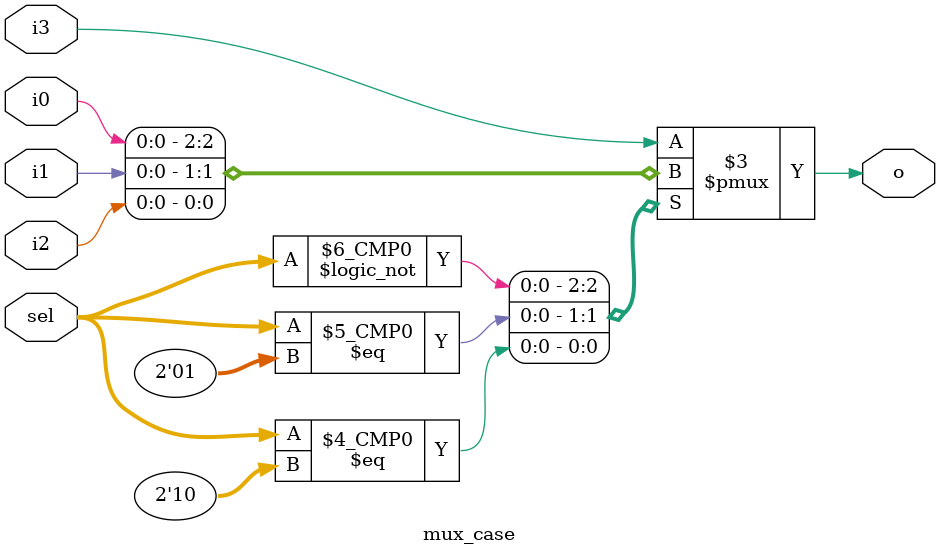
<source format=v>
module mux_case (input i0, i1, i2, i3,  input [1:0] sel, output reg o);
 always@(i0 or i1 or i2 or i3 or sel) begin
  case (sel)
    2'b00   : o = i0;
    2'b01   : o = i1;
    2'b10   : o = i2;
    default : o = i3;
  endcase
 end
endmodule
 
</source>
